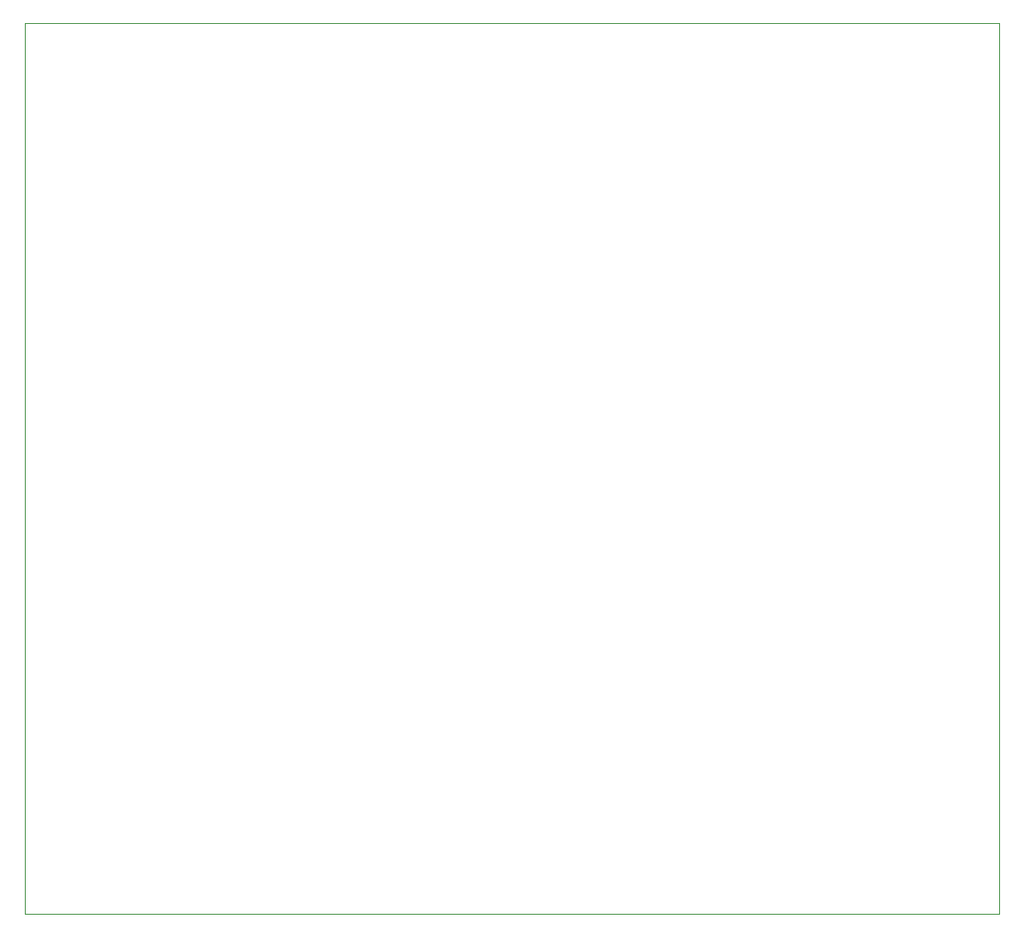
<source format=gbr>
%TF.GenerationSoftware,KiCad,Pcbnew,8.0.3*%
%TF.CreationDate,2025-01-29T18:19:50+01:00*%
%TF.ProjectId,Esp32-card,45737033-322d-4636-9172-642e6b696361,rev?*%
%TF.SameCoordinates,Original*%
%TF.FileFunction,Profile,NP*%
%FSLAX46Y46*%
G04 Gerber Fmt 4.6, Leading zero omitted, Abs format (unit mm)*
G04 Created by KiCad (PCBNEW 8.0.3) date 2025-01-29 18:19:50*
%MOMM*%
%LPD*%
G01*
G04 APERTURE LIST*
%TA.AperFunction,Profile*%
%ADD10C,0.050000*%
%TD*%
G04 APERTURE END LIST*
D10*
X116000000Y-42000000D02*
X209000000Y-42000000D01*
X209000000Y-127000000D01*
X116000000Y-127000000D01*
X116000000Y-42000000D01*
M02*

</source>
